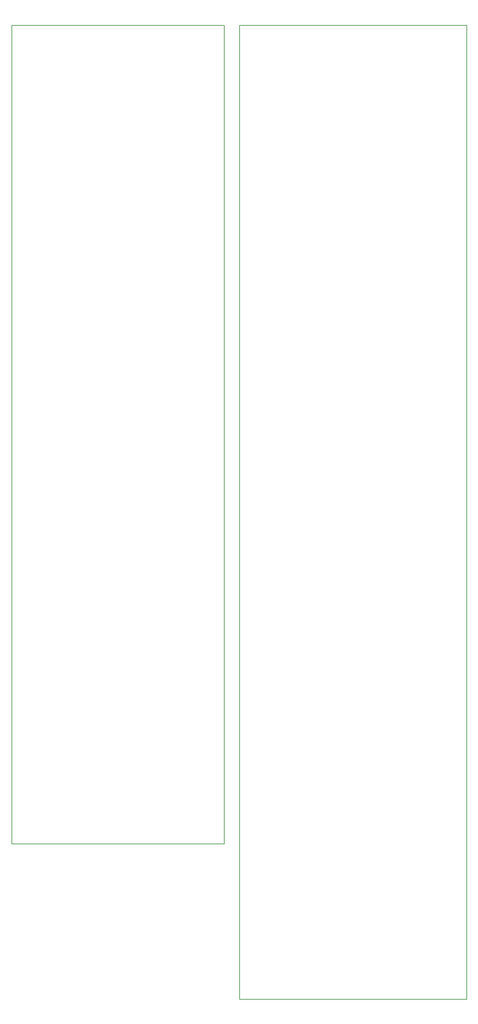
<source format=gbr>
G04 #@! TF.GenerationSoftware,KiCad,Pcbnew,(5.1.6-0-10_14)*
G04 #@! TF.CreationDate,2020-07-27T13:35:09+02:00*
G04 #@! TF.ProjectId,HelloWorld,48656c6c-6f57-46f7-926c-642e6b696361,rev?*
G04 #@! TF.SameCoordinates,Original*
G04 #@! TF.FileFunction,Profile,NP*
%FSLAX46Y46*%
G04 Gerber Fmt 4.6, Leading zero omitted, Abs format (unit mm)*
G04 Created by KiCad (PCBNEW (5.1.6-0-10_14)) date 2020-07-27 13:35:09*
%MOMM*%
%LPD*%
G01*
G04 APERTURE LIST*
G04 #@! TA.AperFunction,Profile*
%ADD10C,0.100000*%
G04 #@! TD*
G04 APERTURE END LIST*
D10*
X100000000Y-148500000D02*
X100000000Y-20000000D01*
X130000000Y-148500000D02*
X100000000Y-148500000D01*
X130000000Y-20000000D02*
X130000000Y-148500000D01*
X100000000Y-20000000D02*
X130000000Y-20000000D01*
X98000000Y-128000000D02*
X98000000Y-20000000D01*
X70000000Y-128000000D02*
X98000000Y-128000000D01*
X70000000Y-20000000D02*
X70000000Y-128000000D01*
X70000000Y-20000000D02*
X98000000Y-20000000D01*
M02*

</source>
